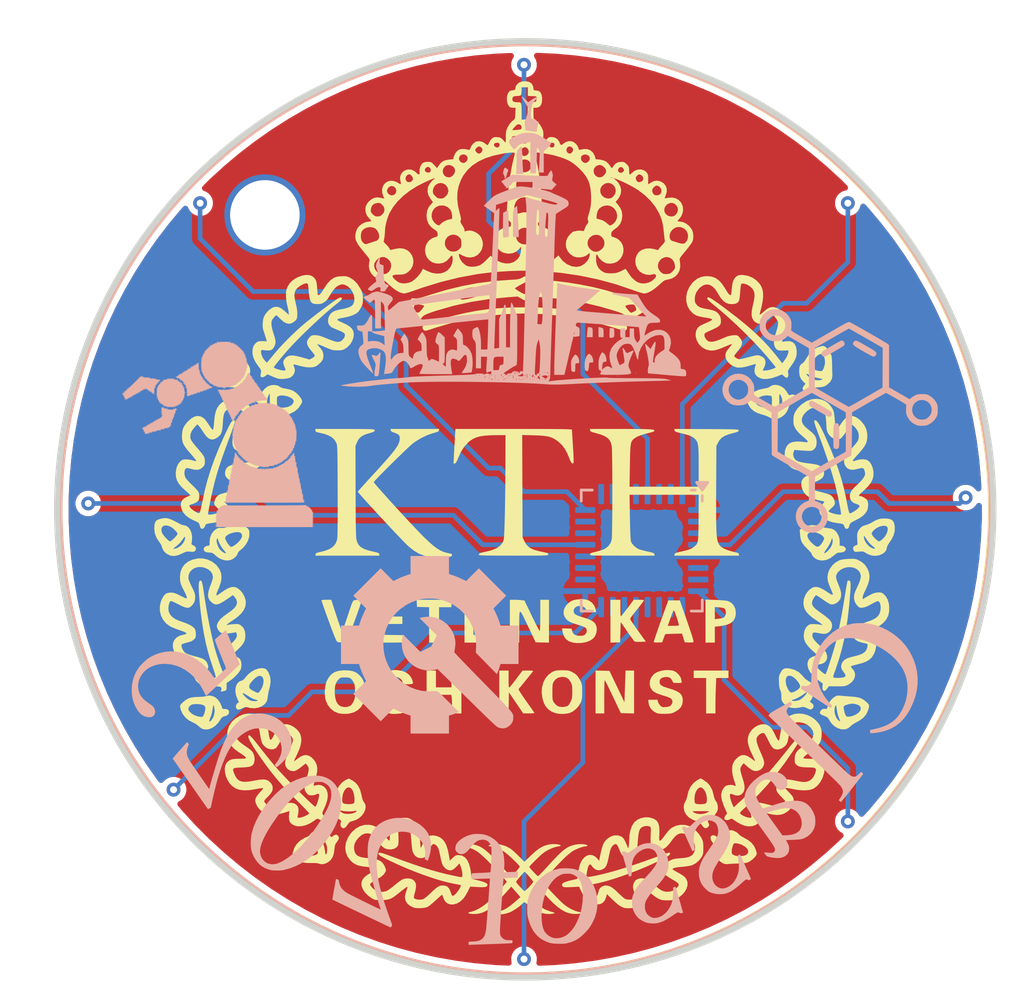
<source format=kicad_pcb>
(kicad_pcb (version 20241229) (generator "pcbnew") (generator_version "9.0")
  (layers (0 "F.Cu" signal) (2 "B.Cu" signal) (13 "F.Paste" user) (15 "B.Paste" user) (5 "F.SilkS" user "F.Silkscreen") (7 "B.SilkS" user "B.Silkscreen") (1 "F.Mask" user) (3 "B.Mask" user) (25 "Edge.Cuts" user))
  (net 0 "")
  (net 1 "GND")
  (net 4 "unconnected-(U2-PA7-Pad13)")
  (net 7 "unconnected-(U2-PA11-Pad21)")
  (net 13 "unconnected-(U2-PA14-Pad24)")
  (net 18 "unconnected-(U2-PB6-Pad29)")
  (net 19 "unconnected-(U2-PB8-Pad32)")
  (net 21 "unconnected-(U2-PA2-Pad8)")
  (net 28 "unconnected-(U2-NRST-Pad4)")
  (net 29 "unconnected-(U2-PB2-Pad16)")
  (footprint "LOGO" (layer "F.Cu") (at 139.72 90.17)
    (property "Reference" "G***" (hide yes))
    (property "Value" "LOGO" (hide yes))
  )
  (footprint "LOGO" (layer "B.Cu") (at 135.636 96.52 180)
    (property "Reference" "G***" (hide yes))
    (property "Value" "LOGO" (hide yes))
  )
  (footprint "LOGO" (layer "B.Cu") (at 139.192 79.121 180)
    (property "Reference" "G***" (hide yes))
    (property "Value" "LOGO" (hide yes))
  )
  (footprint "LOGO" (layer "B.Cu") (at 126.492 87.376 180)
    (property "Reference" "G***" (hide yes))
    (property "Value" "LOGO" (hide yes))
  )
  (footprint "LOGO" (layer "B.Cu") (at 137.70043 93.894214 180)
    (property "Reference" "G***" (hide yes))
    (property "Value" "LOGO" (hide yes))
  )
  (footprint "LOGO" (layer "B.Cu") (at 152.908 86.868 180)
    (property "Reference" "G***" (hide yes))
    (property "Value" "LOGO" (hide yes))
  )
  (footprint "Package_DFN_QFN:QFN-32-1EP_5x5mm_P0.5mm_EP3.45x3.45mm" (layer "B.Cu") (at 144.78 92.456 180)
    (property "Reference" "U2" (hide yes))
    (property "Value" "STM32L011K4Ux" (hide yes))
    (pad "1" smd roundrect (at -2.4375 1.75 180) (size 0.875 0.25) (layers "B.Cu" "B.Mask" "B.Paste") (net 1 "GND"))
    (pad "2" smd roundrect (at -2.4375 1.25 180) (size 0.875 0.25) (layers "B.Cu" "B.Mask" "B.Paste"))
    (pad "3" smd roundrect (at -2.4375 0.75 180) (size 0.875 0.25) (layers "B.Cu" "B.Mask" "B.Paste"))
    (pad "4" smd roundrect (at -2.4375 0.25 180) (size 0.875 0.25) (layers "B.Cu" "B.Mask" "B.Paste") (net 28 "unconnected-(U2-NRST-Pad4)"))
    (pad "5" smd roundrect (at -2.4375 -0.25 180) (size 0.875 0.25) (layers "B.Cu" "B.Mask" "B.Paste") (net 1 "GND"))
    (pad "6" smd roundrect (at -2.4375 -0.75 180) (size 0.875 0.25) (layers "B.Cu" "B.Mask" "B.Paste"))
    (pad "7" smd roundrect (at -2.4375 -1.25 180) (size 0.875 0.25) (layers "B.Cu" "B.Mask" "B.Paste"))
    (pad "8" smd roundrect (at -2.4375 -1.75 180) (size 0.875 0.25) (layers "B.Cu" "B.Mask" "B.Paste") (net 21 "unconnected-(U2-PA2-Pad8)"))
    (pad "9" smd roundrect (at -1.75 -2.4375 180) (size 0.25 0.875) (layers "B.Cu" "B.Mask" "B.Paste"))
    (pad "10" smd roundrect (at -1.25 -2.4375 180) (size 0.25 0.875) (layers "B.Cu" "B.Mask" "B.Paste"))
    (pad "11" smd roundrect (at -0.75 -2.4375 180) (size 0.25 0.875) (layers "B.Cu" "B.Mask" "B.Paste"))
    (pad "12" smd roundrect (at -0.25 -2.4375 180) (size 0.25 0.875) (layers "B.Cu" "B.Mask" "B.Paste"))
    (pad "13" smd roundrect (at 0.25 -2.4375 180) (size 0.25 0.875) (layers "B.Cu" "B.Mask" "B.Paste") (net 4 "unconnected-(U2-PA7-Pad13)"))
    (pad "14" smd roundrect (at 0.75 -2.4375 180) (size 0.25 0.875) (layers "B.Cu" "B.Mask" "B.Paste"))
    (pad "15" smd roundrect (at 1.25 -2.4375 180) (size 0.25 0.875) (layers "B.Cu" "B.Mask" "B.Paste"))
    (pad "16" smd roundrect (at 1.75 -2.4375 180) (size 0.25 0.875) (layers "B.Cu" "B.Mask" "B.Paste") (net 29 "unconnected-(U2-PB2-Pad16)"))
    (pad "17" smd roundrect (at 2.4375 -1.75 180) (size 0.875 0.25) (layers "B.Cu" "B.Mask" "B.Paste") (net 1 "GND"))
    (pad "18" smd roundrect (at 2.4375 -1.25 180) (size 0.875 0.25) (layers "B.Cu" "B.Mask" "B.Paste"))
    (pad "19" smd roundrect (at 2.4375 -0.75 180) (size 0.875 0.25) (layers "B.Cu" "B.Mask" "B.Paste"))
    (pad "20" smd roundrect (at 2.4375 -0.25 180) (size 0.875 0.25) (layers "B.Cu" "B.Mask" "B.Paste"))
    (pad "21" smd roundrect (at 2.4375 0.25 180) (size 0.875 0.25) (layers "B.Cu" "B.Mask" "B.Paste") (net 7 "unconnected-(U2-PA11-Pad21)"))
    (pad "22" smd roundrect (at 2.4375 0.75 180) (size 0.875 0.25) (layers "B.Cu" "B.Mask" "B.Paste"))
    (pad "23" smd roundrect (at 2.4375 1.25 180) (size 0.875 0.25) (layers "B.Cu" "B.Mask" "B.Paste"))
    (pad "24" smd roundrect (at 2.4375 1.75 180) (size 0.875 0.25) (layers "B.Cu" "B.Mask" "B.Paste") (net 13 "unconnected-(U2-PA14-Pad24)"))
    (pad "25" smd roundrect (at 1.75 2.4375 180) (size 0.25 0.875) (layers "B.Cu" "B.Mask" "B.Paste"))
    (pad "26" smd roundrect (at 1.25 2.4375 180) (size 0.25 0.875) (layers "B.Cu" "B.Mask" "B.Paste"))
    (pad "27" smd roundrect (at 0.75 2.4375 180) (size 0.25 0.875) (layers "B.Cu" "B.Mask" "B.Paste"))
    (pad "28" smd roundrect (at 0.25 2.4375 180) (size 0.25 0.875) (layers "B.Cu" "B.Mask" "B.Paste"))
    (pad "29" smd roundrect (at -0.25 2.4375 180) (size 0.25 0.875) (layers "B.Cu" "B.Mask" "B.Paste") (net 18 "unconnected-(U2-PB6-Pad29)"))
    (pad "30" smd roundrect (at -0.75 2.4375 180) (size 0.25 0.875) (layers "B.Cu" "B.Mask" "B.Paste"))
    (pad "31" smd roundrect (at -1.25 2.4375 180) (size 0.25 0.875) (layers "B.Cu" "B.Mask" "B.Paste"))
    (pad "32" smd roundrect (at -1.75 2.4375 180) (size 0.25 0.875) (layers "B.Cu" "B.Mask" "B.Paste") (net 19 "unconnected-(U2-PB8-Pad32)"))
  )
  (footprint "LOGO" (layer "B.Cu") (at 117.348 94.488 180)
    (property "Reference" "G***" (hide yes))
    (property "Value" "LOGO" (hide yes))
  )
  (footprint "LOGO" (layer "B.Cu") (at 132.717918 103.892353 180)
    (property "Reference" "G***" (hide yes))
    (property "Value" "LOGO" (hide yes))
  )
  (gr_circle (center 139.734 90.678) (end 159.834 90.678) (stroke (width 0.254)) (fill no) (layer "F.SilkS"))
  (gr_circle (center 139.768 90.678) (end 159.868 90.678) (stroke (width 0.254)) (fill no) (layer "B.SilkS"))
  (gr_circle (center 139.754 90.678) (end 159.954 90.678) (stroke (width 0.254)) (fill no) (layer "Edge.Cuts"))
  (via (at 128.524 77.978) (size 3.5) (drill 3) (layers "F.Cu" "B.Cu") (net 1))
  (via (at 139.701125 110.077926) (size 0.6) (drill 0.3) (layers "F.Cu" "B.Cu") (net 4))
  (segment (start 142.24 98.044) (end 142.24 101.6) (width 0.2) (layer "B.Cu") (net 4))
  (segment (start 144.53 95.754) (end 142.24 98.044) (width 0.2) (layer "B.Cu") (net 4))
  (segment (start 144.53 94.8935) (end 144.53 95.754) (width 0.2) (layer "B.Cu") (net 4))
  (segment (start 142.24 101.6) (end 139.701125 104.138875) (width 0.2) (layer "B.Cu") (net 4))
  (segment (start 139.701125 104.138875) (end 139.701125 110.077926) (width 0.2) (layer "B.Cu") (net 4))
  (via (at 120.904 90.424) (size 0.6) (drill 0.3) (layers "F.Cu" "B.Cu") (net 7))
  (segment (start 136.652 90.932) (end 128.524 90.932) (width 0.2) (layer "B.Cu") (net 7))
  (segment (start 128.016 90.424) (end 120.904 90.424) (width 0.2) (layer "B.Cu") (net 7))
  (segment (start 142.3425 92.206) (end 137.926 92.206) (width 0.2) (layer "B.Cu") (net 7))
  (segment (start 128.524 90.932) (end 128.016 90.424) (width 0.2) (layer "B.Cu") (net 7))
  (segment (start 137.926 92.206) (end 136.652 90.932) (width 0.2) (layer "B.Cu") (net 7))
  (via (at 125.73 77.47) (size 0.6) (drill 0.3) (layers "F.Cu" "B.Cu") (net 13))
  (segment (start 125.73 78.994) (end 125.73 77.47) (width 0.2) (layer "B.Cu") (net 13))
  (segment (start 139.7 89.916) (end 138.684 88.9) (width 0.2) (layer "B.Cu") (net 13))
  (segment (start 134.62 85.344) (end 134.62 83.312) (width 0.2) (layer "B.Cu") (net 13))
  (segment (start 141.5525 89.916) (end 139.7 89.916) (width 0.2) (layer "B.Cu") (net 13))
  (segment (start 138.684 88.9) (end 138.176 88.9) (width 0.2) (layer "B.Cu") (net 13))
  (segment (start 142.3425 90.706) (end 141.5525 89.916) (width 0.2) (layer "B.Cu") (net 13))
  (segment (start 138.176 88.9) (end 134.62 85.344) (width 0.2) (layer "B.Cu") (net 13))
  (segment (start 132.588 81.28) (end 128.016 81.28) (width 0.2) (layer "B.Cu") (net 13))
  (segment (start 128.016 81.28) (end 125.73 78.994) (width 0.2) (layer "B.Cu") (net 13))
  (segment (start 134.62 83.312) (end 132.588 81.28) (width 0.2) (layer "B.Cu") (net 13))
  (via (at 139.7 71.501) (size 0.6) (drill 0.3) (layers "F.Cu" "B.Cu") (net 18))
  (segment (start 145.03 90.0185) (end 145.03 87.626) (width 0.2) (layer "B.Cu") (net 18))
  (segment (start 139.7 74.676) (end 139.7 71.501) (width 0.2) (layer "B.Cu") (net 18))
  (segment (start 145.03 87.626) (end 142.24 84.836) (width 0.2) (layer "B.Cu") (net 18))
  (segment (start 138.176 78.232) (end 138.176 76.2) (width 0.2) (layer "B.Cu") (net 18))
  (segment (start 142.24 82.296) (end 138.176 78.232) (width 0.2) (layer "B.Cu") (net 18))
  (segment (start 138.176 76.2) (end 139.7 74.676) (width 0.2) (layer "B.Cu") (net 18))
  (segment (start 142.24 84.836) (end 142.24 82.296) (width 0.2) (layer "B.Cu") (net 18))
  (via (at 153.67 77.47) (size 0.6) (drill 0.3) (layers "F.Cu" "B.Cu") (net 19))
  (segment (start 153.67 80.01) (end 153.67 77.47) (width 0.2) (layer "B.Cu") (net 19))
  (segment (start 150.876 81.788) (end 151.892 81.788) (width 0.2) (layer "B.Cu") (net 19))
  (segment (start 146.53 90.0185) (end 146.53 86.134) (width 0.2) (layer "B.Cu") (net 19))
  (segment (start 151.892 81.788) (end 153.67 80.01) (width 0.2) (layer "B.Cu") (net 19))
  (segment (start 146.53 86.134) (end 150.876 81.788) (width 0.2) (layer "B.Cu") (net 19))
  (via (at 153.67 104.14) (size 0.6) (drill 0.3) (layers "F.Cu" "B.Cu") (net 21))
  (segment (start 147.2175 94.206) (end 148.336 95.3245) (width 0.2) (layer "B.Cu") (net 21))
  (segment (start 148.336 98.044) (end 150.368 100.076) (width 0.2) (layer "B.Cu") (net 21))
  (segment (start 150.368 100.076) (end 151.892 100.076) (width 0.2) (layer "B.Cu") (net 21))
  (segment (start 148.336 95.3245) (end 148.336 98.044) (width 0.2) (layer "B.Cu") (net 21))
  (segment (start 151.892 100.076) (end 153.67 101.854) (width 0.2) (layer "B.Cu") (net 21))
  (segment (start 153.67 101.854) (end 153.67 104.14) (width 0.2) (layer "B.Cu") (net 21))
  (via (at 158.75 90.17) (size 0.6) (drill 0.3) (layers "F.Cu" "B.Cu") (net 28))
  (segment (start 150.876 89.916) (end 154.94 89.916) (width 0.2) (layer "B.Cu") (net 28))
  (segment (start 148.586 92.206) (end 150.876 89.916) (width 0.2) (layer "B.Cu") (net 28))
  (segment (start 154.94 89.916) (end 155.448 90.424) (width 0.2) (layer "B.Cu") (net 28))
  (segment (start 147.2175 92.206) (end 148.586 92.206) (width 0.2) (layer "B.Cu") (net 28))
  (segment (start 155.448 90.424) (end 158.496 90.424) (width 0.2) (layer "B.Cu") (net 28))
  (segment (start 158.496 90.424) (end 158.75 90.17) (width 0.2) (layer "B.Cu") (net 28))
  (via (at 124.584268 102.770936) (size 0.6) (drill 0.3) (layers "F.Cu" "B.Cu") (net 29))
  (segment (start 130.556 98.552) (end 129.54 99.568) (width 0.2) (layer "B.Cu") (net 29))
  (segment (start 143.03 94.8935) (end 141.9115 96.012) (width 0.2) (layer "B.Cu") (net 29))
  (segment (start 141.9115 96.012) (end 136.144 96.012) (width 0.2) (layer "B.Cu") (net 29))
  (segment (start 136.144 96.012) (end 133.604 98.552) (width 0.2) (layer "B.Cu") (net 29))
  (segment (start 127.787204 99.568) (end 124.584268 102.770936) (width 0.2) (layer "B.Cu") (net 29))
  (segment (start 133.604 98.552) (end 130.556 98.552) (width 0.2) (layer "B.Cu") (net 29))
  (segment (start 129.54 99.568) (end 127.787204 99.568) (width 0.2) (layer "B.Cu") (net 29))
  (zone (net 1) (net_name "GND") (layer "F.Cu") (connect_pads (clearance 0.25)) (min_thickness 0.25) (fill yes (thermal_gap 0.5) (thermal_bridge_width 0.5))
    (polygon (pts (xy 147.066 109.474) (xy 150.495 108.077) (xy 155.321 104.521) (xy 159.004 99.695) (xy 161.29 91.948) (xy 160.274 84.328) (xy 157.099 77.851) (xy 150.368 71.374) (xy 142.367 68.707) (xy 126.492 69.723) (xy 118.364 82.296) (xy 117.856 87.757) (xy 118.618 97.79) (xy 123.444 105.664) (xy 132.08 111.125) (xy 145.034 112.141)))
  )
  (zone (net 1) (net_name "GND") (layer "B.Cu") (connect_pads (clearance 0.25)) (min_thickness 0.25) (fill yes (thermal_gap 0.5) (thermal_bridge_width 0.5))
    (polygon (pts (xy 147.066 109.474) (xy 150.495 108.077) (xy 155.321 104.521) (xy 159.004 99.695) (xy 161.29 91.948) (xy 160.274 84.328) (xy 157.099 77.851) (xy 150.368 71.374) (xy 142.367 68.707) (xy 126.492 69.723) (xy 118.364 82.296) (xy 117.856 87.757) (xy 118.618 97.79) (xy 123.444 105.664) (xy 132.08 111.125) (xy 145.034 112.141)))
  )
)
</source>
